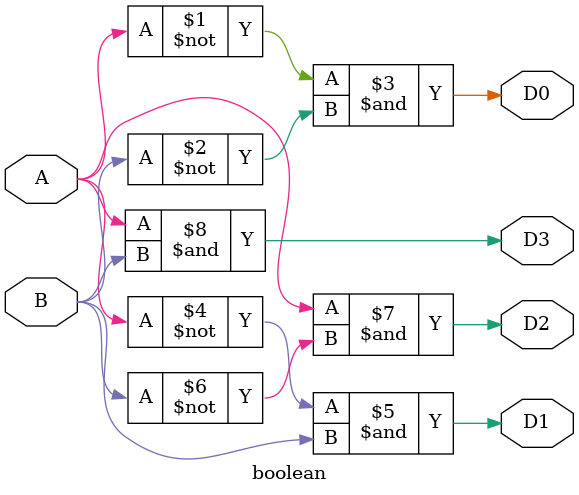
<source format=v>
`timescale 1ns / 1ps

module boolean(
    input A,
    input B,
    output D0,
    output D1,
    output D2,
    output D3 
 
    );

assign D0 = (~A) & (~B);
assign D1 = (~A) & (B);
assign D2 = (A) & (~B);
assign D3 = (A) & (B);

endmodule
</source>
